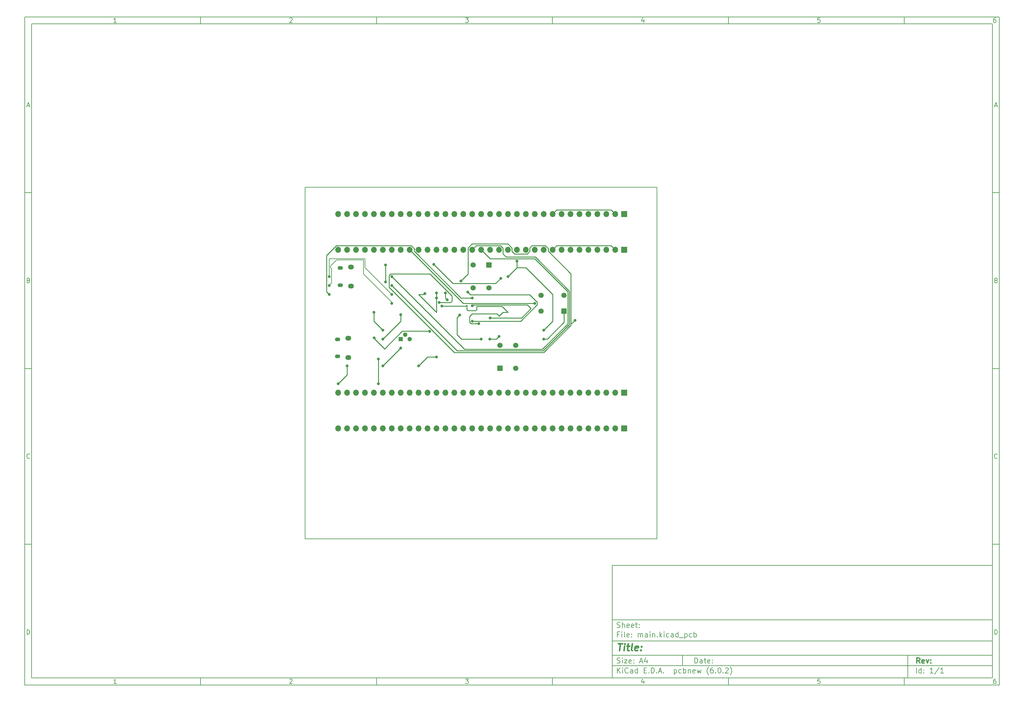
<source format=gbr>
%TF.GenerationSoftware,KiCad,Pcbnew,(6.0.2)*%
%TF.CreationDate,2022-03-19T17:29:51+02:00*%
%TF.ProjectId,main,6d61696e-2e6b-4696-9361-645f70636258,rev?*%
%TF.SameCoordinates,Original*%
%TF.FileFunction,Copper,L2,Bot*%
%TF.FilePolarity,Positive*%
%FSLAX46Y46*%
G04 Gerber Fmt 4.6, Leading zero omitted, Abs format (unit mm)*
G04 Created by KiCad (PCBNEW (6.0.2)) date 2022-03-19 17:29:51*
%MOMM*%
%LPD*%
G01*
G04 APERTURE LIST*
%ADD10C,0.100000*%
%ADD11C,0.150000*%
%ADD12C,0.300000*%
%ADD13C,0.400000*%
%TA.AperFunction,Profile*%
%ADD14C,0.150000*%
%TD*%
%TA.AperFunction,ComponentPad*%
%ADD15O,1.700000X1.350000*%
%TD*%
%TA.AperFunction,ComponentPad*%
%ADD16O,1.500000X1.100000*%
%TD*%
%TA.AperFunction,ComponentPad*%
%ADD17C,1.498000*%
%TD*%
%TA.AperFunction,ComponentPad*%
%ADD18R,1.498000X1.498000*%
%TD*%
%TA.AperFunction,ComponentPad*%
%ADD19R,1.700000X1.700000*%
%TD*%
%TA.AperFunction,ComponentPad*%
%ADD20O,1.700000X1.700000*%
%TD*%
%TA.AperFunction,ComponentPad*%
%ADD21R,1.300000X1.300000*%
%TD*%
%TA.AperFunction,ComponentPad*%
%ADD22C,1.300000*%
%TD*%
%TA.AperFunction,ViaPad*%
%ADD23C,0.800000*%
%TD*%
%TA.AperFunction,Conductor*%
%ADD24C,0.250000*%
%TD*%
%TA.AperFunction,Conductor*%
%ADD25C,0.200000*%
%TD*%
G04 APERTURE END LIST*
D10*
D11*
X177002200Y-166007200D02*
X177002200Y-198007200D01*
X285002200Y-198007200D01*
X285002200Y-166007200D01*
X177002200Y-166007200D01*
D10*
D11*
X10000000Y-10000000D02*
X10000000Y-200007200D01*
X287002200Y-200007200D01*
X287002200Y-10000000D01*
X10000000Y-10000000D01*
D10*
D11*
X12000000Y-12000000D02*
X12000000Y-198007200D01*
X285002200Y-198007200D01*
X285002200Y-12000000D01*
X12000000Y-12000000D01*
D10*
D11*
X60000000Y-12000000D02*
X60000000Y-10000000D01*
D10*
D11*
X110000000Y-12000000D02*
X110000000Y-10000000D01*
D10*
D11*
X160000000Y-12000000D02*
X160000000Y-10000000D01*
D10*
D11*
X210000000Y-12000000D02*
X210000000Y-10000000D01*
D10*
D11*
X260000000Y-12000000D02*
X260000000Y-10000000D01*
D10*
D11*
X36065476Y-11588095D02*
X35322619Y-11588095D01*
X35694047Y-11588095D02*
X35694047Y-10288095D01*
X35570238Y-10473809D01*
X35446428Y-10597619D01*
X35322619Y-10659523D01*
D10*
D11*
X85322619Y-10411904D02*
X85384523Y-10350000D01*
X85508333Y-10288095D01*
X85817857Y-10288095D01*
X85941666Y-10350000D01*
X86003571Y-10411904D01*
X86065476Y-10535714D01*
X86065476Y-10659523D01*
X86003571Y-10845238D01*
X85260714Y-11588095D01*
X86065476Y-11588095D01*
D10*
D11*
X135260714Y-10288095D02*
X136065476Y-10288095D01*
X135632142Y-10783333D01*
X135817857Y-10783333D01*
X135941666Y-10845238D01*
X136003571Y-10907142D01*
X136065476Y-11030952D01*
X136065476Y-11340476D01*
X136003571Y-11464285D01*
X135941666Y-11526190D01*
X135817857Y-11588095D01*
X135446428Y-11588095D01*
X135322619Y-11526190D01*
X135260714Y-11464285D01*
D10*
D11*
X185941666Y-10721428D02*
X185941666Y-11588095D01*
X185632142Y-10226190D02*
X185322619Y-11154761D01*
X186127380Y-11154761D01*
D10*
D11*
X236003571Y-10288095D02*
X235384523Y-10288095D01*
X235322619Y-10907142D01*
X235384523Y-10845238D01*
X235508333Y-10783333D01*
X235817857Y-10783333D01*
X235941666Y-10845238D01*
X236003571Y-10907142D01*
X236065476Y-11030952D01*
X236065476Y-11340476D01*
X236003571Y-11464285D01*
X235941666Y-11526190D01*
X235817857Y-11588095D01*
X235508333Y-11588095D01*
X235384523Y-11526190D01*
X235322619Y-11464285D01*
D10*
D11*
X285941666Y-10288095D02*
X285694047Y-10288095D01*
X285570238Y-10350000D01*
X285508333Y-10411904D01*
X285384523Y-10597619D01*
X285322619Y-10845238D01*
X285322619Y-11340476D01*
X285384523Y-11464285D01*
X285446428Y-11526190D01*
X285570238Y-11588095D01*
X285817857Y-11588095D01*
X285941666Y-11526190D01*
X286003571Y-11464285D01*
X286065476Y-11340476D01*
X286065476Y-11030952D01*
X286003571Y-10907142D01*
X285941666Y-10845238D01*
X285817857Y-10783333D01*
X285570238Y-10783333D01*
X285446428Y-10845238D01*
X285384523Y-10907142D01*
X285322619Y-11030952D01*
D10*
D11*
X60000000Y-198007200D02*
X60000000Y-200007200D01*
D10*
D11*
X110000000Y-198007200D02*
X110000000Y-200007200D01*
D10*
D11*
X160000000Y-198007200D02*
X160000000Y-200007200D01*
D10*
D11*
X210000000Y-198007200D02*
X210000000Y-200007200D01*
D10*
D11*
X260000000Y-198007200D02*
X260000000Y-200007200D01*
D10*
D11*
X36065476Y-199595295D02*
X35322619Y-199595295D01*
X35694047Y-199595295D02*
X35694047Y-198295295D01*
X35570238Y-198481009D01*
X35446428Y-198604819D01*
X35322619Y-198666723D01*
D10*
D11*
X85322619Y-198419104D02*
X85384523Y-198357200D01*
X85508333Y-198295295D01*
X85817857Y-198295295D01*
X85941666Y-198357200D01*
X86003571Y-198419104D01*
X86065476Y-198542914D01*
X86065476Y-198666723D01*
X86003571Y-198852438D01*
X85260714Y-199595295D01*
X86065476Y-199595295D01*
D10*
D11*
X135260714Y-198295295D02*
X136065476Y-198295295D01*
X135632142Y-198790533D01*
X135817857Y-198790533D01*
X135941666Y-198852438D01*
X136003571Y-198914342D01*
X136065476Y-199038152D01*
X136065476Y-199347676D01*
X136003571Y-199471485D01*
X135941666Y-199533390D01*
X135817857Y-199595295D01*
X135446428Y-199595295D01*
X135322619Y-199533390D01*
X135260714Y-199471485D01*
D10*
D11*
X185941666Y-198728628D02*
X185941666Y-199595295D01*
X185632142Y-198233390D02*
X185322619Y-199161961D01*
X186127380Y-199161961D01*
D10*
D11*
X236003571Y-198295295D02*
X235384523Y-198295295D01*
X235322619Y-198914342D01*
X235384523Y-198852438D01*
X235508333Y-198790533D01*
X235817857Y-198790533D01*
X235941666Y-198852438D01*
X236003571Y-198914342D01*
X236065476Y-199038152D01*
X236065476Y-199347676D01*
X236003571Y-199471485D01*
X235941666Y-199533390D01*
X235817857Y-199595295D01*
X235508333Y-199595295D01*
X235384523Y-199533390D01*
X235322619Y-199471485D01*
D10*
D11*
X285941666Y-198295295D02*
X285694047Y-198295295D01*
X285570238Y-198357200D01*
X285508333Y-198419104D01*
X285384523Y-198604819D01*
X285322619Y-198852438D01*
X285322619Y-199347676D01*
X285384523Y-199471485D01*
X285446428Y-199533390D01*
X285570238Y-199595295D01*
X285817857Y-199595295D01*
X285941666Y-199533390D01*
X286003571Y-199471485D01*
X286065476Y-199347676D01*
X286065476Y-199038152D01*
X286003571Y-198914342D01*
X285941666Y-198852438D01*
X285817857Y-198790533D01*
X285570238Y-198790533D01*
X285446428Y-198852438D01*
X285384523Y-198914342D01*
X285322619Y-199038152D01*
D10*
D11*
X10000000Y-60000000D02*
X12000000Y-60000000D01*
D10*
D11*
X10000000Y-110000000D02*
X12000000Y-110000000D01*
D10*
D11*
X10000000Y-160000000D02*
X12000000Y-160000000D01*
D10*
D11*
X10690476Y-35216666D02*
X11309523Y-35216666D01*
X10566666Y-35588095D02*
X11000000Y-34288095D01*
X11433333Y-35588095D01*
D10*
D11*
X11092857Y-84907142D02*
X11278571Y-84969047D01*
X11340476Y-85030952D01*
X11402380Y-85154761D01*
X11402380Y-85340476D01*
X11340476Y-85464285D01*
X11278571Y-85526190D01*
X11154761Y-85588095D01*
X10659523Y-85588095D01*
X10659523Y-84288095D01*
X11092857Y-84288095D01*
X11216666Y-84350000D01*
X11278571Y-84411904D01*
X11340476Y-84535714D01*
X11340476Y-84659523D01*
X11278571Y-84783333D01*
X11216666Y-84845238D01*
X11092857Y-84907142D01*
X10659523Y-84907142D01*
D10*
D11*
X11402380Y-135464285D02*
X11340476Y-135526190D01*
X11154761Y-135588095D01*
X11030952Y-135588095D01*
X10845238Y-135526190D01*
X10721428Y-135402380D01*
X10659523Y-135278571D01*
X10597619Y-135030952D01*
X10597619Y-134845238D01*
X10659523Y-134597619D01*
X10721428Y-134473809D01*
X10845238Y-134350000D01*
X11030952Y-134288095D01*
X11154761Y-134288095D01*
X11340476Y-134350000D01*
X11402380Y-134411904D01*
D10*
D11*
X10659523Y-185588095D02*
X10659523Y-184288095D01*
X10969047Y-184288095D01*
X11154761Y-184350000D01*
X11278571Y-184473809D01*
X11340476Y-184597619D01*
X11402380Y-184845238D01*
X11402380Y-185030952D01*
X11340476Y-185278571D01*
X11278571Y-185402380D01*
X11154761Y-185526190D01*
X10969047Y-185588095D01*
X10659523Y-185588095D01*
D10*
D11*
X287002200Y-60000000D02*
X285002200Y-60000000D01*
D10*
D11*
X287002200Y-110000000D02*
X285002200Y-110000000D01*
D10*
D11*
X287002200Y-160000000D02*
X285002200Y-160000000D01*
D10*
D11*
X285692676Y-35216666D02*
X286311723Y-35216666D01*
X285568866Y-35588095D02*
X286002200Y-34288095D01*
X286435533Y-35588095D01*
D10*
D11*
X286095057Y-84907142D02*
X286280771Y-84969047D01*
X286342676Y-85030952D01*
X286404580Y-85154761D01*
X286404580Y-85340476D01*
X286342676Y-85464285D01*
X286280771Y-85526190D01*
X286156961Y-85588095D01*
X285661723Y-85588095D01*
X285661723Y-84288095D01*
X286095057Y-84288095D01*
X286218866Y-84350000D01*
X286280771Y-84411904D01*
X286342676Y-84535714D01*
X286342676Y-84659523D01*
X286280771Y-84783333D01*
X286218866Y-84845238D01*
X286095057Y-84907142D01*
X285661723Y-84907142D01*
D10*
D11*
X286404580Y-135464285D02*
X286342676Y-135526190D01*
X286156961Y-135588095D01*
X286033152Y-135588095D01*
X285847438Y-135526190D01*
X285723628Y-135402380D01*
X285661723Y-135278571D01*
X285599819Y-135030952D01*
X285599819Y-134845238D01*
X285661723Y-134597619D01*
X285723628Y-134473809D01*
X285847438Y-134350000D01*
X286033152Y-134288095D01*
X286156961Y-134288095D01*
X286342676Y-134350000D01*
X286404580Y-134411904D01*
D10*
D11*
X285661723Y-185588095D02*
X285661723Y-184288095D01*
X285971247Y-184288095D01*
X286156961Y-184350000D01*
X286280771Y-184473809D01*
X286342676Y-184597619D01*
X286404580Y-184845238D01*
X286404580Y-185030952D01*
X286342676Y-185278571D01*
X286280771Y-185402380D01*
X286156961Y-185526190D01*
X285971247Y-185588095D01*
X285661723Y-185588095D01*
D10*
D11*
X200434342Y-193785771D02*
X200434342Y-192285771D01*
X200791485Y-192285771D01*
X201005771Y-192357200D01*
X201148628Y-192500057D01*
X201220057Y-192642914D01*
X201291485Y-192928628D01*
X201291485Y-193142914D01*
X201220057Y-193428628D01*
X201148628Y-193571485D01*
X201005771Y-193714342D01*
X200791485Y-193785771D01*
X200434342Y-193785771D01*
X202577200Y-193785771D02*
X202577200Y-193000057D01*
X202505771Y-192857200D01*
X202362914Y-192785771D01*
X202077200Y-192785771D01*
X201934342Y-192857200D01*
X202577200Y-193714342D02*
X202434342Y-193785771D01*
X202077200Y-193785771D01*
X201934342Y-193714342D01*
X201862914Y-193571485D01*
X201862914Y-193428628D01*
X201934342Y-193285771D01*
X202077200Y-193214342D01*
X202434342Y-193214342D01*
X202577200Y-193142914D01*
X203077200Y-192785771D02*
X203648628Y-192785771D01*
X203291485Y-192285771D02*
X203291485Y-193571485D01*
X203362914Y-193714342D01*
X203505771Y-193785771D01*
X203648628Y-193785771D01*
X204720057Y-193714342D02*
X204577200Y-193785771D01*
X204291485Y-193785771D01*
X204148628Y-193714342D01*
X204077200Y-193571485D01*
X204077200Y-193000057D01*
X204148628Y-192857200D01*
X204291485Y-192785771D01*
X204577200Y-192785771D01*
X204720057Y-192857200D01*
X204791485Y-193000057D01*
X204791485Y-193142914D01*
X204077200Y-193285771D01*
X205434342Y-193642914D02*
X205505771Y-193714342D01*
X205434342Y-193785771D01*
X205362914Y-193714342D01*
X205434342Y-193642914D01*
X205434342Y-193785771D01*
X205434342Y-192857200D02*
X205505771Y-192928628D01*
X205434342Y-193000057D01*
X205362914Y-192928628D01*
X205434342Y-192857200D01*
X205434342Y-193000057D01*
D10*
D11*
X177002200Y-194507200D02*
X285002200Y-194507200D01*
D10*
D11*
X178434342Y-196585771D02*
X178434342Y-195085771D01*
X179291485Y-196585771D02*
X178648628Y-195728628D01*
X179291485Y-195085771D02*
X178434342Y-195942914D01*
X179934342Y-196585771D02*
X179934342Y-195585771D01*
X179934342Y-195085771D02*
X179862914Y-195157200D01*
X179934342Y-195228628D01*
X180005771Y-195157200D01*
X179934342Y-195085771D01*
X179934342Y-195228628D01*
X181505771Y-196442914D02*
X181434342Y-196514342D01*
X181220057Y-196585771D01*
X181077200Y-196585771D01*
X180862914Y-196514342D01*
X180720057Y-196371485D01*
X180648628Y-196228628D01*
X180577200Y-195942914D01*
X180577200Y-195728628D01*
X180648628Y-195442914D01*
X180720057Y-195300057D01*
X180862914Y-195157200D01*
X181077200Y-195085771D01*
X181220057Y-195085771D01*
X181434342Y-195157200D01*
X181505771Y-195228628D01*
X182791485Y-196585771D02*
X182791485Y-195800057D01*
X182720057Y-195657200D01*
X182577200Y-195585771D01*
X182291485Y-195585771D01*
X182148628Y-195657200D01*
X182791485Y-196514342D02*
X182648628Y-196585771D01*
X182291485Y-196585771D01*
X182148628Y-196514342D01*
X182077200Y-196371485D01*
X182077200Y-196228628D01*
X182148628Y-196085771D01*
X182291485Y-196014342D01*
X182648628Y-196014342D01*
X182791485Y-195942914D01*
X184148628Y-196585771D02*
X184148628Y-195085771D01*
X184148628Y-196514342D02*
X184005771Y-196585771D01*
X183720057Y-196585771D01*
X183577200Y-196514342D01*
X183505771Y-196442914D01*
X183434342Y-196300057D01*
X183434342Y-195871485D01*
X183505771Y-195728628D01*
X183577200Y-195657200D01*
X183720057Y-195585771D01*
X184005771Y-195585771D01*
X184148628Y-195657200D01*
X186005771Y-195800057D02*
X186505771Y-195800057D01*
X186720057Y-196585771D02*
X186005771Y-196585771D01*
X186005771Y-195085771D01*
X186720057Y-195085771D01*
X187362914Y-196442914D02*
X187434342Y-196514342D01*
X187362914Y-196585771D01*
X187291485Y-196514342D01*
X187362914Y-196442914D01*
X187362914Y-196585771D01*
X188077200Y-196585771D02*
X188077200Y-195085771D01*
X188434342Y-195085771D01*
X188648628Y-195157200D01*
X188791485Y-195300057D01*
X188862914Y-195442914D01*
X188934342Y-195728628D01*
X188934342Y-195942914D01*
X188862914Y-196228628D01*
X188791485Y-196371485D01*
X188648628Y-196514342D01*
X188434342Y-196585771D01*
X188077200Y-196585771D01*
X189577200Y-196442914D02*
X189648628Y-196514342D01*
X189577200Y-196585771D01*
X189505771Y-196514342D01*
X189577200Y-196442914D01*
X189577200Y-196585771D01*
X190220057Y-196157200D02*
X190934342Y-196157200D01*
X190077200Y-196585771D02*
X190577200Y-195085771D01*
X191077200Y-196585771D01*
X191577200Y-196442914D02*
X191648628Y-196514342D01*
X191577200Y-196585771D01*
X191505771Y-196514342D01*
X191577200Y-196442914D01*
X191577200Y-196585771D01*
X194577200Y-195585771D02*
X194577200Y-197085771D01*
X194577200Y-195657200D02*
X194720057Y-195585771D01*
X195005771Y-195585771D01*
X195148628Y-195657200D01*
X195220057Y-195728628D01*
X195291485Y-195871485D01*
X195291485Y-196300057D01*
X195220057Y-196442914D01*
X195148628Y-196514342D01*
X195005771Y-196585771D01*
X194720057Y-196585771D01*
X194577200Y-196514342D01*
X196577200Y-196514342D02*
X196434342Y-196585771D01*
X196148628Y-196585771D01*
X196005771Y-196514342D01*
X195934342Y-196442914D01*
X195862914Y-196300057D01*
X195862914Y-195871485D01*
X195934342Y-195728628D01*
X196005771Y-195657200D01*
X196148628Y-195585771D01*
X196434342Y-195585771D01*
X196577200Y-195657200D01*
X197220057Y-196585771D02*
X197220057Y-195085771D01*
X197220057Y-195657200D02*
X197362914Y-195585771D01*
X197648628Y-195585771D01*
X197791485Y-195657200D01*
X197862914Y-195728628D01*
X197934342Y-195871485D01*
X197934342Y-196300057D01*
X197862914Y-196442914D01*
X197791485Y-196514342D01*
X197648628Y-196585771D01*
X197362914Y-196585771D01*
X197220057Y-196514342D01*
X198577200Y-195585771D02*
X198577200Y-196585771D01*
X198577200Y-195728628D02*
X198648628Y-195657200D01*
X198791485Y-195585771D01*
X199005771Y-195585771D01*
X199148628Y-195657200D01*
X199220057Y-195800057D01*
X199220057Y-196585771D01*
X200505771Y-196514342D02*
X200362914Y-196585771D01*
X200077200Y-196585771D01*
X199934342Y-196514342D01*
X199862914Y-196371485D01*
X199862914Y-195800057D01*
X199934342Y-195657200D01*
X200077200Y-195585771D01*
X200362914Y-195585771D01*
X200505771Y-195657200D01*
X200577200Y-195800057D01*
X200577200Y-195942914D01*
X199862914Y-196085771D01*
X201077200Y-195585771D02*
X201362914Y-196585771D01*
X201648628Y-195871485D01*
X201934342Y-196585771D01*
X202220057Y-195585771D01*
X204362914Y-197157200D02*
X204291485Y-197085771D01*
X204148628Y-196871485D01*
X204077200Y-196728628D01*
X204005771Y-196514342D01*
X203934342Y-196157200D01*
X203934342Y-195871485D01*
X204005771Y-195514342D01*
X204077200Y-195300057D01*
X204148628Y-195157200D01*
X204291485Y-194942914D01*
X204362914Y-194871485D01*
X205577200Y-195085771D02*
X205291485Y-195085771D01*
X205148628Y-195157200D01*
X205077200Y-195228628D01*
X204934342Y-195442914D01*
X204862914Y-195728628D01*
X204862914Y-196300057D01*
X204934342Y-196442914D01*
X205005771Y-196514342D01*
X205148628Y-196585771D01*
X205434342Y-196585771D01*
X205577200Y-196514342D01*
X205648628Y-196442914D01*
X205720057Y-196300057D01*
X205720057Y-195942914D01*
X205648628Y-195800057D01*
X205577200Y-195728628D01*
X205434342Y-195657200D01*
X205148628Y-195657200D01*
X205005771Y-195728628D01*
X204934342Y-195800057D01*
X204862914Y-195942914D01*
X206362914Y-196442914D02*
X206434342Y-196514342D01*
X206362914Y-196585771D01*
X206291485Y-196514342D01*
X206362914Y-196442914D01*
X206362914Y-196585771D01*
X207362914Y-195085771D02*
X207505771Y-195085771D01*
X207648628Y-195157200D01*
X207720057Y-195228628D01*
X207791485Y-195371485D01*
X207862914Y-195657200D01*
X207862914Y-196014342D01*
X207791485Y-196300057D01*
X207720057Y-196442914D01*
X207648628Y-196514342D01*
X207505771Y-196585771D01*
X207362914Y-196585771D01*
X207220057Y-196514342D01*
X207148628Y-196442914D01*
X207077200Y-196300057D01*
X207005771Y-196014342D01*
X207005771Y-195657200D01*
X207077200Y-195371485D01*
X207148628Y-195228628D01*
X207220057Y-195157200D01*
X207362914Y-195085771D01*
X208505771Y-196442914D02*
X208577200Y-196514342D01*
X208505771Y-196585771D01*
X208434342Y-196514342D01*
X208505771Y-196442914D01*
X208505771Y-196585771D01*
X209148628Y-195228628D02*
X209220057Y-195157200D01*
X209362914Y-195085771D01*
X209720057Y-195085771D01*
X209862914Y-195157200D01*
X209934342Y-195228628D01*
X210005771Y-195371485D01*
X210005771Y-195514342D01*
X209934342Y-195728628D01*
X209077200Y-196585771D01*
X210005771Y-196585771D01*
X210505771Y-197157200D02*
X210577200Y-197085771D01*
X210720057Y-196871485D01*
X210791485Y-196728628D01*
X210862914Y-196514342D01*
X210934342Y-196157200D01*
X210934342Y-195871485D01*
X210862914Y-195514342D01*
X210791485Y-195300057D01*
X210720057Y-195157200D01*
X210577200Y-194942914D01*
X210505771Y-194871485D01*
D10*
D11*
X177002200Y-191507200D02*
X285002200Y-191507200D01*
D10*
D12*
X264411485Y-193785771D02*
X263911485Y-193071485D01*
X263554342Y-193785771D02*
X263554342Y-192285771D01*
X264125771Y-192285771D01*
X264268628Y-192357200D01*
X264340057Y-192428628D01*
X264411485Y-192571485D01*
X264411485Y-192785771D01*
X264340057Y-192928628D01*
X264268628Y-193000057D01*
X264125771Y-193071485D01*
X263554342Y-193071485D01*
X265625771Y-193714342D02*
X265482914Y-193785771D01*
X265197200Y-193785771D01*
X265054342Y-193714342D01*
X264982914Y-193571485D01*
X264982914Y-193000057D01*
X265054342Y-192857200D01*
X265197200Y-192785771D01*
X265482914Y-192785771D01*
X265625771Y-192857200D01*
X265697200Y-193000057D01*
X265697200Y-193142914D01*
X264982914Y-193285771D01*
X266197200Y-192785771D02*
X266554342Y-193785771D01*
X266911485Y-192785771D01*
X267482914Y-193642914D02*
X267554342Y-193714342D01*
X267482914Y-193785771D01*
X267411485Y-193714342D01*
X267482914Y-193642914D01*
X267482914Y-193785771D01*
X267482914Y-192857200D02*
X267554342Y-192928628D01*
X267482914Y-193000057D01*
X267411485Y-192928628D01*
X267482914Y-192857200D01*
X267482914Y-193000057D01*
D10*
D11*
X178362914Y-193714342D02*
X178577200Y-193785771D01*
X178934342Y-193785771D01*
X179077200Y-193714342D01*
X179148628Y-193642914D01*
X179220057Y-193500057D01*
X179220057Y-193357200D01*
X179148628Y-193214342D01*
X179077200Y-193142914D01*
X178934342Y-193071485D01*
X178648628Y-193000057D01*
X178505771Y-192928628D01*
X178434342Y-192857200D01*
X178362914Y-192714342D01*
X178362914Y-192571485D01*
X178434342Y-192428628D01*
X178505771Y-192357200D01*
X178648628Y-192285771D01*
X179005771Y-192285771D01*
X179220057Y-192357200D01*
X179862914Y-193785771D02*
X179862914Y-192785771D01*
X179862914Y-192285771D02*
X179791485Y-192357200D01*
X179862914Y-192428628D01*
X179934342Y-192357200D01*
X179862914Y-192285771D01*
X179862914Y-192428628D01*
X180434342Y-192785771D02*
X181220057Y-192785771D01*
X180434342Y-193785771D01*
X181220057Y-193785771D01*
X182362914Y-193714342D02*
X182220057Y-193785771D01*
X181934342Y-193785771D01*
X181791485Y-193714342D01*
X181720057Y-193571485D01*
X181720057Y-193000057D01*
X181791485Y-192857200D01*
X181934342Y-192785771D01*
X182220057Y-192785771D01*
X182362914Y-192857200D01*
X182434342Y-193000057D01*
X182434342Y-193142914D01*
X181720057Y-193285771D01*
X183077200Y-193642914D02*
X183148628Y-193714342D01*
X183077200Y-193785771D01*
X183005771Y-193714342D01*
X183077200Y-193642914D01*
X183077200Y-193785771D01*
X183077200Y-192857200D02*
X183148628Y-192928628D01*
X183077200Y-193000057D01*
X183005771Y-192928628D01*
X183077200Y-192857200D01*
X183077200Y-193000057D01*
X184862914Y-193357200D02*
X185577200Y-193357200D01*
X184720057Y-193785771D02*
X185220057Y-192285771D01*
X185720057Y-193785771D01*
X186862914Y-192785771D02*
X186862914Y-193785771D01*
X186505771Y-192214342D02*
X186148628Y-193285771D01*
X187077200Y-193285771D01*
D10*
D11*
X263434342Y-196585771D02*
X263434342Y-195085771D01*
X264791485Y-196585771D02*
X264791485Y-195085771D01*
X264791485Y-196514342D02*
X264648628Y-196585771D01*
X264362914Y-196585771D01*
X264220057Y-196514342D01*
X264148628Y-196442914D01*
X264077200Y-196300057D01*
X264077200Y-195871485D01*
X264148628Y-195728628D01*
X264220057Y-195657200D01*
X264362914Y-195585771D01*
X264648628Y-195585771D01*
X264791485Y-195657200D01*
X265505771Y-196442914D02*
X265577200Y-196514342D01*
X265505771Y-196585771D01*
X265434342Y-196514342D01*
X265505771Y-196442914D01*
X265505771Y-196585771D01*
X265505771Y-195657200D02*
X265577200Y-195728628D01*
X265505771Y-195800057D01*
X265434342Y-195728628D01*
X265505771Y-195657200D01*
X265505771Y-195800057D01*
X268148628Y-196585771D02*
X267291485Y-196585771D01*
X267720057Y-196585771D02*
X267720057Y-195085771D01*
X267577200Y-195300057D01*
X267434342Y-195442914D01*
X267291485Y-195514342D01*
X269862914Y-195014342D02*
X268577200Y-196942914D01*
X271148628Y-196585771D02*
X270291485Y-196585771D01*
X270720057Y-196585771D02*
X270720057Y-195085771D01*
X270577200Y-195300057D01*
X270434342Y-195442914D01*
X270291485Y-195514342D01*
D10*
D11*
X177002200Y-187507200D02*
X285002200Y-187507200D01*
D10*
D13*
X178714580Y-188211961D02*
X179857438Y-188211961D01*
X179036009Y-190211961D02*
X179286009Y-188211961D01*
X180274104Y-190211961D02*
X180440771Y-188878628D01*
X180524104Y-188211961D02*
X180416961Y-188307200D01*
X180500295Y-188402438D01*
X180607438Y-188307200D01*
X180524104Y-188211961D01*
X180500295Y-188402438D01*
X181107438Y-188878628D02*
X181869342Y-188878628D01*
X181476485Y-188211961D02*
X181262200Y-189926247D01*
X181333628Y-190116723D01*
X181512200Y-190211961D01*
X181702676Y-190211961D01*
X182655057Y-190211961D02*
X182476485Y-190116723D01*
X182405057Y-189926247D01*
X182619342Y-188211961D01*
X184190771Y-190116723D02*
X183988390Y-190211961D01*
X183607438Y-190211961D01*
X183428866Y-190116723D01*
X183357438Y-189926247D01*
X183452676Y-189164342D01*
X183571723Y-188973866D01*
X183774104Y-188878628D01*
X184155057Y-188878628D01*
X184333628Y-188973866D01*
X184405057Y-189164342D01*
X184381247Y-189354819D01*
X183405057Y-189545295D01*
X185155057Y-190021485D02*
X185238390Y-190116723D01*
X185131247Y-190211961D01*
X185047914Y-190116723D01*
X185155057Y-190021485D01*
X185131247Y-190211961D01*
X185286009Y-188973866D02*
X185369342Y-189069104D01*
X185262200Y-189164342D01*
X185178866Y-189069104D01*
X185286009Y-188973866D01*
X185262200Y-189164342D01*
D10*
D11*
X178934342Y-185600057D02*
X178434342Y-185600057D01*
X178434342Y-186385771D02*
X178434342Y-184885771D01*
X179148628Y-184885771D01*
X179720057Y-186385771D02*
X179720057Y-185385771D01*
X179720057Y-184885771D02*
X179648628Y-184957200D01*
X179720057Y-185028628D01*
X179791485Y-184957200D01*
X179720057Y-184885771D01*
X179720057Y-185028628D01*
X180648628Y-186385771D02*
X180505771Y-186314342D01*
X180434342Y-186171485D01*
X180434342Y-184885771D01*
X181791485Y-186314342D02*
X181648628Y-186385771D01*
X181362914Y-186385771D01*
X181220057Y-186314342D01*
X181148628Y-186171485D01*
X181148628Y-185600057D01*
X181220057Y-185457200D01*
X181362914Y-185385771D01*
X181648628Y-185385771D01*
X181791485Y-185457200D01*
X181862914Y-185600057D01*
X181862914Y-185742914D01*
X181148628Y-185885771D01*
X182505771Y-186242914D02*
X182577200Y-186314342D01*
X182505771Y-186385771D01*
X182434342Y-186314342D01*
X182505771Y-186242914D01*
X182505771Y-186385771D01*
X182505771Y-185457200D02*
X182577200Y-185528628D01*
X182505771Y-185600057D01*
X182434342Y-185528628D01*
X182505771Y-185457200D01*
X182505771Y-185600057D01*
X184362914Y-186385771D02*
X184362914Y-185385771D01*
X184362914Y-185528628D02*
X184434342Y-185457200D01*
X184577200Y-185385771D01*
X184791485Y-185385771D01*
X184934342Y-185457200D01*
X185005771Y-185600057D01*
X185005771Y-186385771D01*
X185005771Y-185600057D02*
X185077200Y-185457200D01*
X185220057Y-185385771D01*
X185434342Y-185385771D01*
X185577200Y-185457200D01*
X185648628Y-185600057D01*
X185648628Y-186385771D01*
X187005771Y-186385771D02*
X187005771Y-185600057D01*
X186934342Y-185457200D01*
X186791485Y-185385771D01*
X186505771Y-185385771D01*
X186362914Y-185457200D01*
X187005771Y-186314342D02*
X186862914Y-186385771D01*
X186505771Y-186385771D01*
X186362914Y-186314342D01*
X186291485Y-186171485D01*
X186291485Y-186028628D01*
X186362914Y-185885771D01*
X186505771Y-185814342D01*
X186862914Y-185814342D01*
X187005771Y-185742914D01*
X187720057Y-186385771D02*
X187720057Y-185385771D01*
X187720057Y-184885771D02*
X187648628Y-184957200D01*
X187720057Y-185028628D01*
X187791485Y-184957200D01*
X187720057Y-184885771D01*
X187720057Y-185028628D01*
X188434342Y-185385771D02*
X188434342Y-186385771D01*
X188434342Y-185528628D02*
X188505771Y-185457200D01*
X188648628Y-185385771D01*
X188862914Y-185385771D01*
X189005771Y-185457200D01*
X189077200Y-185600057D01*
X189077200Y-186385771D01*
X189791485Y-186242914D02*
X189862914Y-186314342D01*
X189791485Y-186385771D01*
X189720057Y-186314342D01*
X189791485Y-186242914D01*
X189791485Y-186385771D01*
X190505771Y-186385771D02*
X190505771Y-184885771D01*
X190648628Y-185814342D02*
X191077200Y-186385771D01*
X191077200Y-185385771D02*
X190505771Y-185957200D01*
X191720057Y-186385771D02*
X191720057Y-185385771D01*
X191720057Y-184885771D02*
X191648628Y-184957200D01*
X191720057Y-185028628D01*
X191791485Y-184957200D01*
X191720057Y-184885771D01*
X191720057Y-185028628D01*
X193077200Y-186314342D02*
X192934342Y-186385771D01*
X192648628Y-186385771D01*
X192505771Y-186314342D01*
X192434342Y-186242914D01*
X192362914Y-186100057D01*
X192362914Y-185671485D01*
X192434342Y-185528628D01*
X192505771Y-185457200D01*
X192648628Y-185385771D01*
X192934342Y-185385771D01*
X193077200Y-185457200D01*
X194362914Y-186385771D02*
X194362914Y-185600057D01*
X194291485Y-185457200D01*
X194148628Y-185385771D01*
X193862914Y-185385771D01*
X193720057Y-185457200D01*
X194362914Y-186314342D02*
X194220057Y-186385771D01*
X193862914Y-186385771D01*
X193720057Y-186314342D01*
X193648628Y-186171485D01*
X193648628Y-186028628D01*
X193720057Y-185885771D01*
X193862914Y-185814342D01*
X194220057Y-185814342D01*
X194362914Y-185742914D01*
X195720057Y-186385771D02*
X195720057Y-184885771D01*
X195720057Y-186314342D02*
X195577200Y-186385771D01*
X195291485Y-186385771D01*
X195148628Y-186314342D01*
X195077200Y-186242914D01*
X195005771Y-186100057D01*
X195005771Y-185671485D01*
X195077200Y-185528628D01*
X195148628Y-185457200D01*
X195291485Y-185385771D01*
X195577200Y-185385771D01*
X195720057Y-185457200D01*
X196077200Y-186528628D02*
X197220057Y-186528628D01*
X197577200Y-185385771D02*
X197577200Y-186885771D01*
X197577200Y-185457200D02*
X197720057Y-185385771D01*
X198005771Y-185385771D01*
X198148628Y-185457200D01*
X198220057Y-185528628D01*
X198291485Y-185671485D01*
X198291485Y-186100057D01*
X198220057Y-186242914D01*
X198148628Y-186314342D01*
X198005771Y-186385771D01*
X197720057Y-186385771D01*
X197577200Y-186314342D01*
X199577200Y-186314342D02*
X199434342Y-186385771D01*
X199148628Y-186385771D01*
X199005771Y-186314342D01*
X198934342Y-186242914D01*
X198862914Y-186100057D01*
X198862914Y-185671485D01*
X198934342Y-185528628D01*
X199005771Y-185457200D01*
X199148628Y-185385771D01*
X199434342Y-185385771D01*
X199577200Y-185457200D01*
X200220057Y-186385771D02*
X200220057Y-184885771D01*
X200220057Y-185457200D02*
X200362914Y-185385771D01*
X200648628Y-185385771D01*
X200791485Y-185457200D01*
X200862914Y-185528628D01*
X200934342Y-185671485D01*
X200934342Y-186100057D01*
X200862914Y-186242914D01*
X200791485Y-186314342D01*
X200648628Y-186385771D01*
X200362914Y-186385771D01*
X200220057Y-186314342D01*
D10*
D11*
X177002200Y-181507200D02*
X285002200Y-181507200D01*
D10*
D11*
X178362914Y-183614342D02*
X178577200Y-183685771D01*
X178934342Y-183685771D01*
X179077200Y-183614342D01*
X179148628Y-183542914D01*
X179220057Y-183400057D01*
X179220057Y-183257200D01*
X179148628Y-183114342D01*
X179077200Y-183042914D01*
X178934342Y-182971485D01*
X178648628Y-182900057D01*
X178505771Y-182828628D01*
X178434342Y-182757200D01*
X178362914Y-182614342D01*
X178362914Y-182471485D01*
X178434342Y-182328628D01*
X178505771Y-182257200D01*
X178648628Y-182185771D01*
X179005771Y-182185771D01*
X179220057Y-182257200D01*
X179862914Y-183685771D02*
X179862914Y-182185771D01*
X180505771Y-183685771D02*
X180505771Y-182900057D01*
X180434342Y-182757200D01*
X180291485Y-182685771D01*
X180077200Y-182685771D01*
X179934342Y-182757200D01*
X179862914Y-182828628D01*
X181791485Y-183614342D02*
X181648628Y-183685771D01*
X181362914Y-183685771D01*
X181220057Y-183614342D01*
X181148628Y-183471485D01*
X181148628Y-182900057D01*
X181220057Y-182757200D01*
X181362914Y-182685771D01*
X181648628Y-182685771D01*
X181791485Y-182757200D01*
X181862914Y-182900057D01*
X181862914Y-183042914D01*
X181148628Y-183185771D01*
X183077200Y-183614342D02*
X182934342Y-183685771D01*
X182648628Y-183685771D01*
X182505771Y-183614342D01*
X182434342Y-183471485D01*
X182434342Y-182900057D01*
X182505771Y-182757200D01*
X182648628Y-182685771D01*
X182934342Y-182685771D01*
X183077200Y-182757200D01*
X183148628Y-182900057D01*
X183148628Y-183042914D01*
X182434342Y-183185771D01*
X183577200Y-182685771D02*
X184148628Y-182685771D01*
X183791485Y-182185771D02*
X183791485Y-183471485D01*
X183862914Y-183614342D01*
X184005771Y-183685771D01*
X184148628Y-183685771D01*
X184648628Y-183542914D02*
X184720057Y-183614342D01*
X184648628Y-183685771D01*
X184577200Y-183614342D01*
X184648628Y-183542914D01*
X184648628Y-183685771D01*
X184648628Y-182757200D02*
X184720057Y-182828628D01*
X184648628Y-182900057D01*
X184577200Y-182828628D01*
X184648628Y-182757200D01*
X184648628Y-182900057D01*
D10*
D12*
D10*
D11*
D10*
D11*
D10*
D11*
D10*
D11*
D10*
D11*
X197002200Y-191507200D02*
X197002200Y-194507200D01*
D10*
D11*
X261002200Y-191507200D02*
X261002200Y-198007200D01*
D14*
X189700000Y-58420000D02*
X189700000Y-158420000D01*
X89700000Y-58420000D02*
X189700000Y-58420000D01*
X89700000Y-58420000D02*
X89700000Y-158420000D01*
X89700000Y-158420000D02*
X189700000Y-158420000D01*
D15*
%TO.P,J6,6,Shield*%
%TO.N,GND*%
X102715000Y-86575000D03*
D16*
X99715000Y-86265000D03*
D15*
X102715000Y-81115000D03*
D16*
X99715000Y-81425000D03*
%TD*%
D15*
%TO.P,J5,6,Shield*%
%TO.N,GND*%
X101940000Y-101410000D03*
X101940000Y-106870000D03*
D16*
X98940000Y-101720000D03*
X98940000Y-106560000D03*
%TD*%
D17*
%TO.P,SW1,4*%
%TO.N,N/C*%
X156770000Y-89190000D03*
%TO.P,SW1,3*%
X163270000Y-89190000D03*
%TO.P,SW1,2,2*%
%TO.N,Net-(R9-Pad2)*%
X156770000Y-93690000D03*
D18*
%TO.P,SW1,1,1*%
%TO.N,+5V*%
X163270000Y-93690000D03*
%TD*%
D19*
%TO.P,J2,1,Pin_1*%
%TO.N,+3V0*%
X180340000Y-76200000D03*
D20*
%TO.P,J2,2,Pin_2*%
%TO.N,GND*%
X177800000Y-76200000D03*
%TO.P,J2,3,Pin_3*%
%TO.N,/VBAT*%
X175260000Y-76200000D03*
%TO.P,J2,4,Pin_4*%
%TO.N,/PC13*%
X172720000Y-76200000D03*
%TO.P,J2,5,Pin_5*%
%TO.N,/PC14*%
X170180000Y-76200000D03*
%TO.P,J2,6,Pin_6*%
%TO.N,/PC15*%
X167640000Y-76200000D03*
%TO.P,J2,7,Pin_7*%
%TO.N,/PF0*%
X165100000Y-76200000D03*
%TO.P,J2,8,Pin_8*%
%TO.N,/PF1*%
X162560000Y-76200000D03*
%TO.P,J2,9,Pin_9*%
%TO.N,GND*%
X160020000Y-76200000D03*
%TO.P,J2,10,Pin_10*%
%TO.N,/NRST*%
X157480000Y-76200000D03*
%TO.P,J2,11,Pin_11*%
%TO.N,/PC0*%
X154940000Y-76200000D03*
%TO.P,J2,12,Pin_12*%
%TO.N,/PC1*%
X152400000Y-76200000D03*
%TO.P,J2,13,Pin_13*%
%TO.N,/PC2*%
X149860000Y-76200000D03*
%TO.P,J2,14,Pin_14*%
%TO.N,/PC3*%
X147320000Y-76200000D03*
%TO.P,J2,15,Pin_15*%
%TO.N,/PA0*%
X144780000Y-76200000D03*
%TO.P,J2,16,Pin_16*%
%TO.N,/PA1*%
X142240000Y-76200000D03*
%TO.P,J2,17,Pin_17*%
%TO.N,/PA2*%
X139700000Y-76200000D03*
%TO.P,J2,18,Pin_18*%
%TO.N,/PA3*%
X137160000Y-76200000D03*
%TO.P,J2,19,Pin_19*%
%TO.N,/PF4*%
X134620000Y-76200000D03*
%TO.P,J2,20,Pin_20*%
%TO.N,/PF5*%
X132080000Y-76200000D03*
%TO.P,J2,21,Pin_21*%
%TO.N,/PA4*%
X129540000Y-76200000D03*
%TO.P,J2,22,Pin_22*%
%TO.N,/PA5*%
X127000000Y-76200000D03*
%TO.P,J2,23,Pin_23*%
%TO.N,/PA6*%
X124460000Y-76200000D03*
%TO.P,J2,24,Pin_24*%
%TO.N,/PA7*%
X121920000Y-76200000D03*
%TO.P,J2,25,Pin_25*%
%TO.N,/PC4*%
X119380000Y-76200000D03*
%TO.P,J2,26,Pin_26*%
%TO.N,/PC5*%
X116840000Y-76200000D03*
%TO.P,J2,27,Pin_27*%
%TO.N,/PB0*%
X114300000Y-76200000D03*
%TO.P,J2,28,Pin_28*%
%TO.N,/PB1*%
X111760000Y-76200000D03*
%TO.P,J2,29,Pin_29*%
%TO.N,/PB2*%
X109220000Y-76200000D03*
%TO.P,J2,30,Pin_30*%
%TO.N,/PB10*%
X106680000Y-76200000D03*
%TO.P,J2,31,Pin_31*%
%TO.N,/PB11*%
X104140000Y-76200000D03*
%TO.P,J2,32,Pin_32*%
%TO.N,/PB12*%
X101600000Y-76200000D03*
%TO.P,J2,33,Pin_33*%
%TO.N,GND*%
X99060000Y-76200000D03*
%TD*%
D19*
%TO.P,J1,1,Pin_1*%
%TO.N,+3V0*%
X180340000Y-66040000D03*
D20*
%TO.P,J1,2,Pin_2*%
%TO.N,GND*%
X177800000Y-66040000D03*
%TO.P,J1,3,Pin_3*%
%TO.N,/VBAT*%
X175260000Y-66040000D03*
%TO.P,J1,4,Pin_4*%
%TO.N,/PC13*%
X172720000Y-66040000D03*
%TO.P,J1,5,Pin_5*%
%TO.N,/PC14*%
X170180000Y-66040000D03*
%TO.P,J1,6,Pin_6*%
%TO.N,/PC15*%
X167640000Y-66040000D03*
%TO.P,J1,7,Pin_7*%
%TO.N,/PF0*%
X165100000Y-66040000D03*
%TO.P,J1,8,Pin_8*%
%TO.N,/PF1*%
X162560000Y-66040000D03*
%TO.P,J1,9,Pin_9*%
%TO.N,GND*%
X160020000Y-66040000D03*
%TO.P,J1,10,Pin_10*%
%TO.N,/NRST*%
X157480000Y-66040000D03*
%TO.P,J1,11,Pin_11*%
%TO.N,/PC0*%
X154940000Y-66040000D03*
%TO.P,J1,12,Pin_12*%
%TO.N,/PC1*%
X152400000Y-66040000D03*
%TO.P,J1,13,Pin_13*%
%TO.N,/PC2*%
X149860000Y-66040000D03*
%TO.P,J1,14,Pin_14*%
%TO.N,/PC3*%
X147320000Y-66040000D03*
%TO.P,J1,15,Pin_15*%
%TO.N,/PA0*%
X144780000Y-66040000D03*
%TO.P,J1,16,Pin_16*%
%TO.N,/PA1*%
X142240000Y-66040000D03*
%TO.P,J1,17,Pin_17*%
%TO.N,/PA2*%
X139700000Y-66040000D03*
%TO.P,J1,18,Pin_18*%
%TO.N,/PA3*%
X137160000Y-66040000D03*
%TO.P,J1,19,Pin_19*%
%TO.N,/PF4*%
X134620000Y-66040000D03*
%TO.P,J1,20,Pin_20*%
%TO.N,/PF5*%
X132080000Y-66040000D03*
%TO.P,J1,21,Pin_21*%
%TO.N,/PA4*%
X129540000Y-66040000D03*
%TO.P,J1,22,Pin_22*%
%TO.N,/PA5*%
X127000000Y-66040000D03*
%TO.P,J1,23,Pin_23*%
%TO.N,/PA6*%
X124460000Y-66040000D03*
%TO.P,J1,24,Pin_24*%
%TO.N,/PA7*%
X121920000Y-66040000D03*
%TO.P,J1,25,Pin_25*%
%TO.N,/PC4*%
X119380000Y-66040000D03*
%TO.P,J1,26,Pin_26*%
%TO.N,/PC5*%
X116840000Y-66040000D03*
%TO.P,J1,27,Pin_27*%
%TO.N,/PB0*%
X114300000Y-66040000D03*
%TO.P,J1,28,Pin_28*%
%TO.N,/PB1*%
X111760000Y-66040000D03*
%TO.P,J1,29,Pin_29*%
%TO.N,/PB2*%
X109220000Y-66040000D03*
%TO.P,J1,30,Pin_30*%
%TO.N,/PB10*%
X106680000Y-66040000D03*
%TO.P,J1,31,Pin_31*%
%TO.N,/PB11*%
X104140000Y-66040000D03*
%TO.P,J1,32,Pin_32*%
%TO.N,/PB12*%
X101600000Y-66040000D03*
%TO.P,J1,33,Pin_33*%
%TO.N,GND*%
X99060000Y-66040000D03*
%TD*%
D19*
%TO.P,J4,1,Pin_1*%
%TO.N,+5V*%
X180340000Y-127000000D03*
D20*
%TO.P,J4,2,Pin_2*%
%TO.N,GND*%
X177800000Y-127000000D03*
%TO.P,J4,3,Pin_3*%
%TO.N,/PB9*%
X175260000Y-127000000D03*
%TO.P,J4,4,Pin_4*%
%TO.N,/PB8*%
X172720000Y-127000000D03*
%TO.P,J4,5,Pin_5*%
%TO.N,VDD*%
X170180000Y-127000000D03*
%TO.P,J4,6,Pin_6*%
%TO.N,/BOOT*%
X167640000Y-127000000D03*
%TO.P,J4,7,Pin_7*%
%TO.N,/PB7*%
X165100000Y-127000000D03*
%TO.P,J4,8,Pin_8*%
%TO.N,/PB6*%
X162560000Y-127000000D03*
%TO.P,J4,9,Pin_9*%
%TO.N,/PB5*%
X160020000Y-127000000D03*
%TO.P,J4,10,Pin_10*%
%TO.N,/PB4*%
X157480000Y-127000000D03*
%TO.P,J4,11,Pin_11*%
%TO.N,/PB3*%
X154940000Y-127000000D03*
%TO.P,J4,12,Pin_12*%
%TO.N,/PD2*%
X152400000Y-127000000D03*
%TO.P,J4,13,Pin_13*%
%TO.N,/PC12*%
X149860000Y-127000000D03*
%TO.P,J4,14,Pin_14*%
%TO.N,/PC11*%
X147320000Y-127000000D03*
%TO.P,J4,15,Pin_15*%
%TO.N,/PC10*%
X144780000Y-127000000D03*
%TO.P,J4,16,Pin_16*%
%TO.N,/PA15*%
X142240000Y-127000000D03*
%TO.P,J4,17,Pin_17*%
%TO.N,/PA14*%
X139700000Y-127000000D03*
%TO.P,J4,18,Pin_18*%
%TO.N,/PF7*%
X137160000Y-127000000D03*
%TO.P,J4,19,Pin_19*%
%TO.N,/PF6*%
X134620000Y-127000000D03*
%TO.P,J4,20,Pin_20*%
%TO.N,/PA13*%
X132080000Y-127000000D03*
%TO.P,J4,21,Pin_21*%
%TO.N,/PA12*%
X129540000Y-127000000D03*
%TO.P,J4,22,Pin_22*%
%TO.N,/PA11*%
X127000000Y-127000000D03*
%TO.P,J4,23,Pin_23*%
%TO.N,/PA10*%
X124460000Y-127000000D03*
%TO.P,J4,24,Pin_24*%
%TO.N,/PA9*%
X121920000Y-127000000D03*
%TO.P,J4,25,Pin_25*%
%TO.N,/PA8*%
X119380000Y-127000000D03*
%TO.P,J4,26,Pin_26*%
%TO.N,/PC9*%
X116840000Y-127000000D03*
%TO.P,J4,27,Pin_27*%
%TO.N,/PC8*%
X114300000Y-127000000D03*
%TO.P,J4,28,Pin_28*%
%TO.N,/PC7*%
X111760000Y-127000000D03*
%TO.P,J4,29,Pin_29*%
%TO.N,/PC6*%
X109220000Y-127000000D03*
%TO.P,J4,30,Pin_30*%
%TO.N,/PB15*%
X106680000Y-127000000D03*
%TO.P,J4,31,Pin_31*%
%TO.N,/PB14*%
X104140000Y-127000000D03*
%TO.P,J4,32,Pin_32*%
%TO.N,/PB13*%
X101600000Y-127000000D03*
%TO.P,J4,33,Pin_33*%
%TO.N,GND*%
X99060000Y-127000000D03*
%TD*%
D19*
%TO.P,J3,1,Pin_1*%
%TO.N,+5V*%
X180340000Y-116840000D03*
D20*
%TO.P,J3,2,Pin_2*%
%TO.N,GND*%
X177800000Y-116840000D03*
%TO.P,J3,3,Pin_3*%
%TO.N,/PB9*%
X175260000Y-116840000D03*
%TO.P,J3,4,Pin_4*%
%TO.N,/PB8*%
X172720000Y-116840000D03*
%TO.P,J3,5,Pin_5*%
%TO.N,VDD*%
X170180000Y-116840000D03*
%TO.P,J3,6,Pin_6*%
%TO.N,/BOOT*%
X167640000Y-116840000D03*
%TO.P,J3,7,Pin_7*%
%TO.N,/PB7*%
X165100000Y-116840000D03*
%TO.P,J3,8,Pin_8*%
%TO.N,/PB6*%
X162560000Y-116840000D03*
%TO.P,J3,9,Pin_9*%
%TO.N,/PB5*%
X160020000Y-116840000D03*
%TO.P,J3,10,Pin_10*%
%TO.N,/PB4*%
X157480000Y-116840000D03*
%TO.P,J3,11,Pin_11*%
%TO.N,/PB3*%
X154940000Y-116840000D03*
%TO.P,J3,12,Pin_12*%
%TO.N,/PD2*%
X152400000Y-116840000D03*
%TO.P,J3,13,Pin_13*%
%TO.N,/PC12*%
X149860000Y-116840000D03*
%TO.P,J3,14,Pin_14*%
%TO.N,/PC11*%
X147320000Y-116840000D03*
%TO.P,J3,15,Pin_15*%
%TO.N,/PC10*%
X144780000Y-116840000D03*
%TO.P,J3,16,Pin_16*%
%TO.N,/PA15*%
X142240000Y-116840000D03*
%TO.P,J3,17,Pin_17*%
%TO.N,/PA14*%
X139700000Y-116840000D03*
%TO.P,J3,18,Pin_18*%
%TO.N,/PF7*%
X137160000Y-116840000D03*
%TO.P,J3,19,Pin_19*%
%TO.N,/PF6*%
X134620000Y-116840000D03*
%TO.P,J3,20,Pin_20*%
%TO.N,/PA13*%
X132080000Y-116840000D03*
%TO.P,J3,21,Pin_21*%
%TO.N,/PA12*%
X129540000Y-116840000D03*
%TO.P,J3,22,Pin_22*%
%TO.N,/PA11*%
X127000000Y-116840000D03*
%TO.P,J3,23,Pin_23*%
%TO.N,/PA10*%
X124460000Y-116840000D03*
%TO.P,J3,24,Pin_24*%
%TO.N,/PA9*%
X121920000Y-116840000D03*
%TO.P,J3,25,Pin_25*%
%TO.N,/PA8*%
X119380000Y-116840000D03*
%TO.P,J3,26,Pin_26*%
%TO.N,/PC9*%
X116840000Y-116840000D03*
%TO.P,J3,27,Pin_27*%
%TO.N,/PC8*%
X114300000Y-116840000D03*
%TO.P,J3,28,Pin_28*%
%TO.N,/PC7*%
X111760000Y-116840000D03*
%TO.P,J3,29,Pin_29*%
%TO.N,/PC6*%
X109220000Y-116840000D03*
%TO.P,J3,30,Pin_30*%
%TO.N,/PB15*%
X106680000Y-116840000D03*
%TO.P,J3,31,Pin_31*%
%TO.N,/PB14*%
X104140000Y-116840000D03*
%TO.P,J3,32,Pin_32*%
%TO.N,/PB13*%
X101600000Y-116840000D03*
%TO.P,J3,33,Pin_33*%
%TO.N,GND*%
X99060000Y-116840000D03*
%TD*%
D17*
%TO.P,SW2,4*%
%TO.N,N/C*%
X137450000Y-87070000D03*
%TO.P,SW2,3*%
X137450000Y-80570000D03*
%TO.P,SW2,2,B*%
%TO.N,Net-(FTDI(UART)1-Pad13)*%
X141950000Y-87070000D03*
D18*
%TO.P,SW2,1,A*%
%TO.N,+5V*%
X141950000Y-80570000D03*
%TD*%
D21*
%TO.P,Q1,1,E*%
%TO.N,Net-(Q1-Pad1)*%
X116840000Y-101600000D03*
D22*
%TO.P,Q1,2,B*%
%TO.N,Net-(D1-Pad1)*%
X118110000Y-100330000D03*
%TO.P,Q1,3,C*%
%TO.N,Net-(Q1-Pad3)*%
X119380000Y-101600000D03*
%TD*%
D18*
%TO.P,SW3,1,A*%
%TO.N,+5V*%
X145070000Y-109930000D03*
D17*
%TO.P,SW3,2,B*%
%TO.N,/microcontroller_interfacing/GND = Normal R{slash}W operations*%
X145070000Y-103430000D03*
%TO.P,SW3,3*%
%TO.N,N/C*%
X149570000Y-109930000D03*
%TO.P,SW3,4*%
X149570000Y-103430000D03*
%TD*%
D23*
%TO.N,+5V*%
X166370000Y-96266000D03*
%TO.N,Net-(C5-Pad1)*%
X112522000Y-85344000D03*
X112522000Y-80518000D03*
X126238000Y-80363540D03*
X145288000Y-84328000D03*
%TO.N,/Sensing/I2CBUS*%
X130048000Y-90424000D03*
%TO.N,+5V*%
X127762000Y-91186000D03*
%TO.N,/microcontroller_interfacing/GND = Normal R{slash}W operations*%
X128524000Y-92202000D03*
%TO.N,/Sensing/CLK*%
X127000000Y-89944500D03*
%TO.N,/Sensing/I2CBUS*%
X133604000Y-94742000D03*
%TO.N,GND*%
X109347000Y-101325020D03*
X125090701Y-99445299D03*
X137159527Y-96523625D03*
X135890000Y-88265000D03*
X144813319Y-100875500D03*
X142227701Y-101612299D03*
X99060000Y-114300000D03*
X101600000Y-109220000D03*
%TO.N,/PC1*%
X149860000Y-79464500D03*
X157480000Y-99060000D03*
X147320000Y-83820000D03*
%TO.N,/PA2*%
X114300000Y-83820000D03*
%TO.N,/PA3*%
X114300000Y-86360000D03*
%TO.N,/PC4*%
X154940000Y-91440000D03*
%TO.N,+5V*%
X157480000Y-101600000D03*
X142240000Y-95579020D03*
X137160000Y-92164500D03*
X133985000Y-85090000D03*
%TO.N,/Sensing/I2CBUS*%
X139700000Y-101600000D03*
X129540000Y-88495500D03*
%TO.N,/Sensing/CLK*%
X123735500Y-88707701D03*
X127000000Y-88495500D03*
%TO.N,/microcontroller_interfacing/GND = Normal R{slash}W operations*%
X139027701Y-97248125D03*
%TO.N,Net-(Q1-Pad1)*%
X116840000Y-94704500D03*
X111760000Y-101600000D03*
%TO.N,Net-(BT1-Pad1)*%
X110490000Y-114300000D03*
X110490000Y-107315000D03*
%TO.N,OPAMP OUT*%
X109220000Y-93980000D03*
X111760000Y-99060000D03*
%TO.N,Net-(D1-Pad1)*%
X111760000Y-109220000D03*
X116840000Y-104140000D03*
%TO.N,Net-(D2-Pad1)*%
X127000000Y-106680000D03*
X121920000Y-109220000D03*
%TO.N,Net-(D3-Pad1)*%
X96520000Y-88900000D03*
X137160000Y-89944500D03*
%TO.N,USB D-*%
X114300000Y-91440000D03*
X96520000Y-86360000D03*
%TO.N,USB D+*%
X114300000Y-88900000D03*
X96520000Y-83820000D03*
%TD*%
D24*
%TO.N,+5V*%
X165465449Y-97170551D02*
X165242551Y-97170551D01*
X166370000Y-96266000D02*
X165465449Y-97170551D01*
X165242551Y-97170551D02*
X165242551Y-83083561D01*
X165242551Y-97648883D02*
X165242551Y-97170551D01*
X163284511Y-96820103D02*
X163284511Y-93704511D01*
X158504614Y-101600000D02*
X163284511Y-96820103D01*
%TO.N,Net-(C5-Pad1)*%
X112522000Y-80518000D02*
X112522000Y-85344000D01*
X131688971Y-85814511D02*
X126238000Y-80363540D01*
X143801489Y-85814511D02*
X131688971Y-85814511D01*
X145288000Y-84328000D02*
X143801489Y-85814511D01*
%TO.N,/Sensing/I2CBUS*%
X132842000Y-100330000D02*
X132842000Y-95504000D01*
X134112000Y-101600000D02*
X132842000Y-100330000D01*
X139700000Y-101600000D02*
X134112000Y-101600000D01*
X132842000Y-95504000D02*
X133604000Y-94742000D01*
X129540000Y-89916000D02*
X130048000Y-90424000D01*
X129540000Y-88495500D02*
X129540000Y-89916000D01*
%TO.N,+5V*%
X127762000Y-91186000D02*
X131064000Y-91186000D01*
X131064000Y-91186000D02*
X131445000Y-90805000D01*
%TO.N,/microcontroller_interfacing/GND = Normal R{slash}W operations*%
X128524000Y-92202000D02*
X135382000Y-92202000D01*
X135382000Y-92202000D02*
X135636000Y-91948000D01*
%TO.N,/Sensing/CLK*%
X127000000Y-93980000D02*
X127000000Y-90170000D01*
X127000000Y-90170000D02*
X127000000Y-88900000D01*
%TO.N,/microcontroller_interfacing/GND = Normal R{slash}W operations*%
X135636000Y-93218000D02*
X135636000Y-91948000D01*
X135948480Y-93530480D02*
X135636000Y-93218000D01*
X138117520Y-93530480D02*
X135948480Y-93530480D01*
X138430000Y-93218000D02*
X138117520Y-93530480D01*
X138430000Y-92339040D02*
X138430000Y-93218000D01*
X145679040Y-92339040D02*
X138430000Y-92339040D01*
X147320000Y-93980000D02*
X145679040Y-92339040D01*
X145929500Y-93980000D02*
X147320000Y-93980000D01*
X144780000Y-95129500D02*
X145929500Y-93980000D01*
X144780000Y-95004614D02*
X144780000Y-95129500D01*
X136435016Y-95154504D02*
X137160000Y-94429520D01*
X144204906Y-94429520D02*
X144780000Y-95004614D01*
X136859413Y-97248125D02*
X136435016Y-96823728D01*
X137160000Y-94429520D02*
X144204906Y-94429520D01*
X136435016Y-96823728D02*
X136435016Y-95154504D01*
X139027701Y-97248125D02*
X136859413Y-97248125D01*
%TO.N,GND*%
X109347000Y-101473000D02*
X109347000Y-101325020D01*
X112268000Y-104394000D02*
X109347000Y-101473000D01*
X125090701Y-99445299D02*
X125000891Y-99355489D01*
X125000891Y-99355489D02*
X117306511Y-99355489D01*
X117306511Y-99355489D02*
X112268000Y-104394000D01*
X161194511Y-75025489D02*
X160020000Y-76200000D01*
X176625489Y-64865489D02*
X161194511Y-64865489D01*
X176625489Y-75025489D02*
X161194511Y-75025489D01*
X101600000Y-109220000D02*
X101600000Y-111760000D01*
X177800000Y-76200000D02*
X176625489Y-75025489D01*
X142240000Y-101600000D02*
X142227701Y-101612299D01*
X153547307Y-89022693D02*
X136647693Y-89022693D01*
X177800000Y-66040000D02*
X176625489Y-64865489D01*
X136647693Y-89022693D02*
X135890000Y-88265000D01*
X155664511Y-91813664D02*
X155664511Y-91139897D01*
X161194511Y-64865489D02*
X160020000Y-66040000D01*
X144813319Y-100875500D02*
X144088819Y-101600000D01*
X144088819Y-101600000D02*
X142240000Y-101600000D01*
X137159527Y-96523625D02*
X150954550Y-96523625D01*
X150954550Y-96523625D02*
X155664511Y-91813664D01*
X101600000Y-111760000D02*
X99060000Y-114300000D01*
X155664511Y-91139897D02*
X153547307Y-89022693D01*
%TO.N,/PC1*%
X149860000Y-81280000D02*
X149860000Y-79189520D01*
X160020000Y-96520000D02*
X160020000Y-88900000D01*
X149860000Y-79189520D02*
X149860000Y-79464500D01*
X160020000Y-88900000D02*
X152400000Y-81280000D01*
X152400000Y-81280000D02*
X149860000Y-81280000D01*
X147320000Y-83820000D02*
X149860000Y-81280000D01*
X157480000Y-99060000D02*
X160020000Y-96520000D01*
%TO.N,/PA2*%
X164343511Y-88143511D02*
X154940000Y-78740000D01*
X134983511Y-104503511D02*
X157116489Y-104503511D01*
X164343511Y-97276489D02*
X164343511Y-88143511D01*
X114300000Y-83820000D02*
X134983511Y-104503511D01*
X142240000Y-78740000D02*
X139700000Y-76200000D01*
X157116489Y-104503511D02*
X164343511Y-97276489D01*
X154940000Y-78740000D02*
X142240000Y-78740000D01*
%TO.N,/PA3*%
X145954511Y-77374511D02*
X145954511Y-75713501D01*
X114300000Y-86360000D02*
X132893031Y-104953031D01*
X164793031Y-97462686D02*
X164793031Y-87957313D01*
X138334511Y-75025489D02*
X137160000Y-76200000D01*
X155126197Y-78290480D02*
X146870480Y-78290480D01*
X145266499Y-75025489D02*
X138334511Y-75025489D01*
X157302687Y-104953031D02*
X164793031Y-97462686D01*
X164793031Y-87957313D02*
X155126197Y-78290480D01*
X132893031Y-104953031D02*
X157302687Y-104953031D01*
X145954511Y-75713501D02*
X145266499Y-75025489D01*
X146870480Y-78290480D02*
X145954511Y-77374511D01*
%TO.N,/PC4*%
X134620000Y-91440000D02*
X119380000Y-76200000D01*
X154940000Y-91440000D02*
X134620000Y-91440000D01*
%TO.N,+5V*%
X153574511Y-75660489D02*
X153574511Y-76686499D01*
X152849521Y-91889520D02*
X137160000Y-91889520D01*
X132080000Y-105410000D02*
X157481434Y-105410000D01*
X148494511Y-76686499D02*
X148494511Y-75713501D01*
X149182523Y-77374511D02*
X148494511Y-76686499D01*
X158750000Y-75808990D02*
X157966499Y-75025489D01*
X131445000Y-89375886D02*
X125164603Y-83095489D01*
X113575489Y-86905489D02*
X132080000Y-105410000D01*
X165242551Y-83083561D02*
X158750000Y-76591010D01*
X137160000Y-91889520D02*
X137160000Y-92164500D01*
X151263437Y-95579020D02*
X153901229Y-92941228D01*
X113999897Y-83095489D02*
X113575489Y-83519897D01*
X153574511Y-76686499D02*
X152886499Y-77374511D01*
X113575489Y-83519897D02*
X113575489Y-86905489D01*
X135985489Y-83089511D02*
X133985000Y-85090000D01*
X163284511Y-93704511D02*
X163270000Y-93690000D01*
X142240000Y-95579020D02*
X151263437Y-95579020D01*
X153901229Y-92941228D02*
X152849521Y-91889520D01*
X157966499Y-75025489D02*
X154209511Y-75025489D01*
X131445000Y-90805000D02*
X131445000Y-89375886D01*
X137123021Y-74575969D02*
X135985489Y-75713501D01*
X152886499Y-77374511D02*
X149182523Y-77374511D01*
X147356979Y-74575969D02*
X137123021Y-74575969D01*
X125164603Y-83095489D02*
X113999897Y-83095489D01*
X148494511Y-75713501D02*
X147356979Y-74575969D01*
X157480000Y-101600000D02*
X158504614Y-101600000D01*
X135985489Y-75713501D02*
X135985489Y-83089511D01*
X158750000Y-76591010D02*
X158750000Y-75808990D01*
X157481434Y-105410000D02*
X165242551Y-97648883D01*
X154209511Y-75025489D02*
X153574511Y-75660489D01*
%TO.N,/Sensing/CLK*%
X127000000Y-88900000D02*
X127000000Y-88495500D01*
X127000000Y-93980000D02*
X124460000Y-91440000D01*
X123543201Y-88900000D02*
X123735500Y-88707701D01*
X124460000Y-91440000D02*
X121920000Y-88900000D01*
X121920000Y-88900000D02*
X123543201Y-88900000D01*
%TO.N,Net-(Q1-Pad1)*%
X116840000Y-94704500D02*
X116840000Y-96520000D01*
X116840000Y-96520000D02*
X111760000Y-101600000D01*
%TO.N,Net-(BT1-Pad1)*%
X110490000Y-114300000D02*
X110490000Y-107315000D01*
%TO.N,OPAMP OUT*%
X111760000Y-99060000D02*
X109220000Y-96520000D01*
X109220000Y-96520000D02*
X109220000Y-93980000D01*
%TO.N,Net-(D1-Pad1)*%
X116840000Y-104140000D02*
X111760000Y-109220000D01*
%TO.N,Net-(D2-Pad1)*%
X127000000Y-106680000D02*
X124460000Y-106680000D01*
X124460000Y-106680000D02*
X121920000Y-109220000D01*
%TO.N,Net-(D3-Pad1)*%
X95795489Y-88175489D02*
X96520000Y-88900000D01*
X95795489Y-77803501D02*
X95795489Y-88175489D01*
X98573501Y-75025489D02*
X95795489Y-77803501D01*
X120745489Y-75904479D02*
X119866499Y-75025489D01*
X120745489Y-76686499D02*
X120745489Y-75904479D01*
X137160000Y-89944500D02*
X134003490Y-89944500D01*
X119866499Y-75025489D02*
X98573501Y-75025489D01*
X134003490Y-89944500D02*
X120745489Y-76686499D01*
D25*
%TO.N,USB D-*%
X114300000Y-91440000D02*
X114300000Y-91146821D01*
X96919520Y-80880480D02*
X96919520Y-81280000D01*
X106280480Y-79139520D02*
X98660480Y-79139520D01*
X96919520Y-81280000D02*
X97219511Y-81579991D01*
X97219511Y-81579991D02*
X97219511Y-85660489D01*
X98660480Y-79139520D02*
X96919520Y-80880480D01*
X114300000Y-91146821D02*
X106280481Y-83127302D01*
X97219511Y-85660489D02*
X96520000Y-86360000D01*
X106280481Y-83127302D02*
X106280480Y-79139520D01*
%TO.N,USB D+*%
X114300000Y-88900000D02*
X106680000Y-81280000D01*
X96520000Y-78740000D02*
X96520000Y-83820000D01*
X106680000Y-81280000D02*
X106680000Y-78740000D01*
X106680000Y-78740000D02*
X96520000Y-78740000D01*
%TD*%
M02*

</source>
